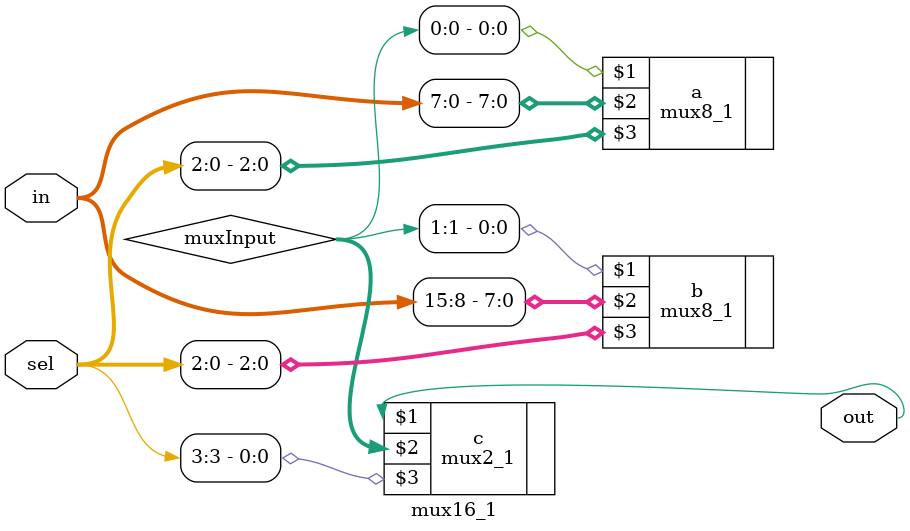
<source format=sv>
`timescale 1ns/1ps

module mux16_1 (out, in, sel);
	output out;
	input [15:0] in;
	input [3:0] sel;
	
	logic [1:0] muxInput;
	
	mux8_1 a (muxInput[0], in[7:0],  sel[2:0]);
	mux8_1 b (muxInput[1], in[15:8], sel[2:0]);
	
	mux2_1 c (out, muxInput, sel[3]);
	
endmodule

</source>
